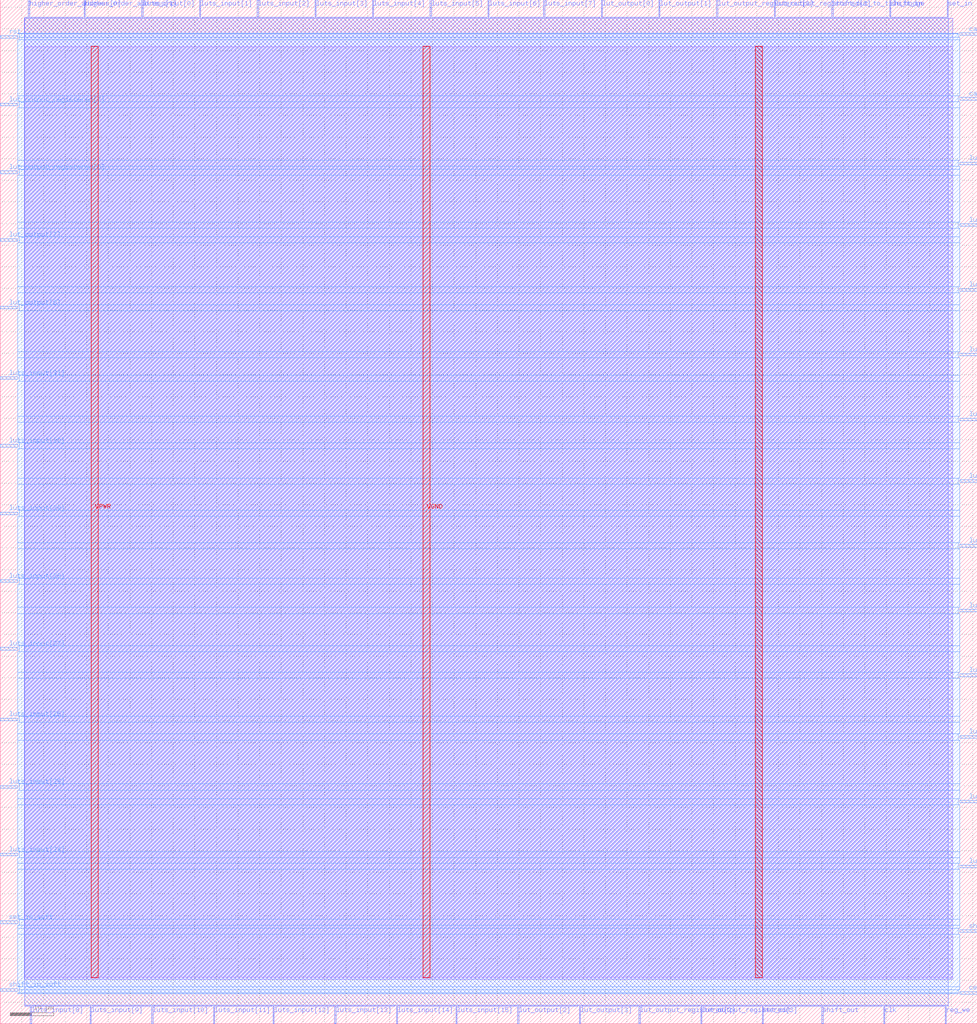
<source format=lef>
VERSION 5.7 ;
  NOWIREEXTENSIONATPIN ON ;
  DIVIDERCHAR "/" ;
  BUSBITCHARS "[]" ;
MACRO baked_slicel
  CLASS BLOCK ;
  FOREIGN baked_slicel ;
  ORIGIN 0.000 0.000 ;
  SIZE 225.990 BY 236.710 ;
  PIN carry_in
    DIRECTION INPUT ;
    PORT
      LAYER met3 ;
        RECT 221.990 213.560 225.990 214.160 ;
    END
  END carry_in
  PIN carry_out
    DIRECTION OUTPUT TRISTATE ;
    PORT
      LAYER met3 ;
        RECT 221.990 228.520 225.990 229.120 ;
    END
  END carry_out
  PIN cen
    DIRECTION INPUT ;
    PORT
      LAYER met3 ;
        RECT 221.990 6.840 225.990 7.440 ;
    END
  END cen
  PIN clk
    DIRECTION INPUT ;
    PORT
      LAYER met2 ;
        RECT 204.330 0.000 204.610 4.000 ;
    END
  END clk
  PIN higher_order_address[0]
    DIRECTION INPUT ;
    PORT
      LAYER met2 ;
        RECT 6.530 232.710 6.810 236.710 ;
    END
  END higher_order_address[0]
  PIN higher_order_address[1]
    DIRECTION INPUT ;
    PORT
      LAYER met2 ;
        RECT 19.410 232.710 19.690 236.710 ;
    END
  END higher_order_address[1]
  PIN lut_output[0]
    DIRECTION OUTPUT TRISTATE ;
    PORT
      LAYER met2 ;
        RECT 139.010 232.710 139.290 236.710 ;
    END
  END lut_output[0]
  PIN lut_output[1]
    DIRECTION OUTPUT TRISTATE ;
    PORT
      LAYER met2 ;
        RECT 152.350 232.710 152.630 236.710 ;
    END
  END lut_output[1]
  PIN lut_output[2]
    DIRECTION OUTPUT TRISTATE ;
    PORT
      LAYER met2 ;
        RECT 119.690 0.000 119.970 4.000 ;
    END
  END lut_output[2]
  PIN lut_output[3]
    DIRECTION OUTPUT TRISTATE ;
    PORT
      LAYER met2 ;
        RECT 133.950 0.000 134.230 4.000 ;
    END
  END lut_output[3]
  PIN lut_output[4]
    DIRECTION OUTPUT TRISTATE ;
    PORT
      LAYER met3 ;
        RECT 221.990 154.400 225.990 155.000 ;
    END
  END lut_output[4]
  PIN lut_output[5]
    DIRECTION OUTPUT TRISTATE ;
    PORT
      LAYER met3 ;
        RECT 221.990 169.360 225.990 169.960 ;
    END
  END lut_output[5]
  PIN lut_output[6]
    DIRECTION OUTPUT TRISTATE ;
    PORT
      LAYER met3 ;
        RECT 0.000 165.280 4.000 165.880 ;
    END
  END lut_output[6]
  PIN lut_output[7]
    DIRECTION OUTPUT TRISTATE ;
    PORT
      LAYER met3 ;
        RECT 0.000 180.920 4.000 181.520 ;
    END
  END lut_output[7]
  PIN lut_output_registered[0]
    DIRECTION OUTPUT TRISTATE ;
    PORT
      LAYER met2 ;
        RECT 165.690 232.710 165.970 236.710 ;
    END
  END lut_output_registered[0]
  PIN lut_output_registered[1]
    DIRECTION OUTPUT TRISTATE ;
    PORT
      LAYER met2 ;
        RECT 179.030 232.710 179.310 236.710 ;
    END
  END lut_output_registered[1]
  PIN lut_output_registered[2]
    DIRECTION OUTPUT TRISTATE ;
    PORT
      LAYER met2 ;
        RECT 147.750 0.000 148.030 4.000 ;
    END
  END lut_output_registered[2]
  PIN lut_output_registered[3]
    DIRECTION OUTPUT TRISTATE ;
    PORT
      LAYER met2 ;
        RECT 162.010 0.000 162.290 4.000 ;
    END
  END lut_output_registered[3]
  PIN lut_output_registered[4]
    DIRECTION OUTPUT TRISTATE ;
    PORT
      LAYER met3 ;
        RECT 221.990 184.320 225.990 184.920 ;
    END
  END lut_output_registered[4]
  PIN lut_output_registered[5]
    DIRECTION OUTPUT TRISTATE ;
    PORT
      LAYER met3 ;
        RECT 221.990 198.600 225.990 199.200 ;
    END
  END lut_output_registered[5]
  PIN lut_output_registered[6]
    DIRECTION OUTPUT TRISTATE ;
    PORT
      LAYER met3 ;
        RECT 0.000 196.560 4.000 197.160 ;
    END
  END lut_output_registered[6]
  PIN lut_output_registered[7]
    DIRECTION OUTPUT TRISTATE ;
    PORT
      LAYER met3 ;
        RECT 0.000 212.200 4.000 212.800 ;
    END
  END lut_output_registered[7]
  PIN luts_input[0]
    DIRECTION INPUT ;
    PORT
      LAYER met2 ;
        RECT 32.750 232.710 33.030 236.710 ;
    END
  END luts_input[0]
  PIN luts_input[10]
    DIRECTION INPUT ;
    PORT
      LAYER met2 ;
        RECT 35.050 0.000 35.330 4.000 ;
    END
  END luts_input[10]
  PIN luts_input[11]
    DIRECTION INPUT ;
    PORT
      LAYER met2 ;
        RECT 49.310 0.000 49.590 4.000 ;
    END
  END luts_input[11]
  PIN luts_input[12]
    DIRECTION INPUT ;
    PORT
      LAYER met2 ;
        RECT 63.110 0.000 63.390 4.000 ;
    END
  END luts_input[12]
  PIN luts_input[13]
    DIRECTION INPUT ;
    PORT
      LAYER met2 ;
        RECT 77.370 0.000 77.650 4.000 ;
    END
  END luts_input[13]
  PIN luts_input[14]
    DIRECTION INPUT ;
    PORT
      LAYER met2 ;
        RECT 91.630 0.000 91.910 4.000 ;
    END
  END luts_input[14]
  PIN luts_input[15]
    DIRECTION INPUT ;
    PORT
      LAYER met2 ;
        RECT 105.430 0.000 105.710 4.000 ;
    END
  END luts_input[15]
  PIN luts_input[16]
    DIRECTION INPUT ;
    PORT
      LAYER met3 ;
        RECT 221.990 36.080 225.990 36.680 ;
    END
  END luts_input[16]
  PIN luts_input[17]
    DIRECTION INPUT ;
    PORT
      LAYER met3 ;
        RECT 221.990 51.040 225.990 51.640 ;
    END
  END luts_input[17]
  PIN luts_input[18]
    DIRECTION INPUT ;
    PORT
      LAYER met3 ;
        RECT 221.990 66.000 225.990 66.600 ;
    END
  END luts_input[18]
  PIN luts_input[19]
    DIRECTION INPUT ;
    PORT
      LAYER met3 ;
        RECT 221.990 80.280 225.990 80.880 ;
    END
  END luts_input[19]
  PIN luts_input[1]
    DIRECTION INPUT ;
    PORT
      LAYER met2 ;
        RECT 46.090 232.710 46.370 236.710 ;
    END
  END luts_input[1]
  PIN luts_input[20]
    DIRECTION INPUT ;
    PORT
      LAYER met3 ;
        RECT 221.990 95.240 225.990 95.840 ;
    END
  END luts_input[20]
  PIN luts_input[21]
    DIRECTION INPUT ;
    PORT
      LAYER met3 ;
        RECT 221.990 110.200 225.990 110.800 ;
    END
  END luts_input[21]
  PIN luts_input[22]
    DIRECTION INPUT ;
    PORT
      LAYER met3 ;
        RECT 221.990 125.160 225.990 125.760 ;
    END
  END luts_input[22]
  PIN luts_input[23]
    DIRECTION INPUT ;
    PORT
      LAYER met3 ;
        RECT 221.990 139.440 225.990 140.040 ;
    END
  END luts_input[23]
  PIN luts_input[24]
    DIRECTION INPUT ;
    PORT
      LAYER met3 ;
        RECT 0.000 38.800 4.000 39.400 ;
    END
  END luts_input[24]
  PIN luts_input[25]
    DIRECTION INPUT ;
    PORT
      LAYER met3 ;
        RECT 0.000 54.440 4.000 55.040 ;
    END
  END luts_input[25]
  PIN luts_input[26]
    DIRECTION INPUT ;
    PORT
      LAYER met3 ;
        RECT 0.000 70.080 4.000 70.680 ;
    END
  END luts_input[26]
  PIN luts_input[27]
    DIRECTION INPUT ;
    PORT
      LAYER met3 ;
        RECT 0.000 86.400 4.000 87.000 ;
    END
  END luts_input[27]
  PIN luts_input[28]
    DIRECTION INPUT ;
    PORT
      LAYER met3 ;
        RECT 0.000 102.040 4.000 102.640 ;
    END
  END luts_input[28]
  PIN luts_input[29]
    DIRECTION INPUT ;
    PORT
      LAYER met3 ;
        RECT 0.000 117.680 4.000 118.280 ;
    END
  END luts_input[29]
  PIN luts_input[2]
    DIRECTION INPUT ;
    PORT
      LAYER met2 ;
        RECT 59.430 232.710 59.710 236.710 ;
    END
  END luts_input[2]
  PIN luts_input[30]
    DIRECTION INPUT ;
    PORT
      LAYER met3 ;
        RECT 0.000 133.320 4.000 133.920 ;
    END
  END luts_input[30]
  PIN luts_input[31]
    DIRECTION INPUT ;
    PORT
      LAYER met3 ;
        RECT 0.000 148.960 4.000 149.560 ;
    END
  END luts_input[31]
  PIN luts_input[3]
    DIRECTION INPUT ;
    PORT
      LAYER met2 ;
        RECT 72.770 232.710 73.050 236.710 ;
    END
  END luts_input[3]
  PIN luts_input[4]
    DIRECTION INPUT ;
    PORT
      LAYER met2 ;
        RECT 86.110 232.710 86.390 236.710 ;
    END
  END luts_input[4]
  PIN luts_input[5]
    DIRECTION INPUT ;
    PORT
      LAYER met2 ;
        RECT 99.450 232.710 99.730 236.710 ;
    END
  END luts_input[5]
  PIN luts_input[6]
    DIRECTION INPUT ;
    PORT
      LAYER met2 ;
        RECT 112.790 232.710 113.070 236.710 ;
    END
  END luts_input[6]
  PIN luts_input[7]
    DIRECTION INPUT ;
    PORT
      LAYER met2 ;
        RECT 125.670 232.710 125.950 236.710 ;
    END
  END luts_input[7]
  PIN luts_input[8]
    DIRECTION INPUT ;
    PORT
      LAYER met2 ;
        RECT 6.990 0.000 7.270 4.000 ;
    END
  END luts_input[8]
  PIN luts_input[9]
    DIRECTION INPUT ;
    PORT
      LAYER met2 ;
        RECT 20.790 0.000 21.070 4.000 ;
    END
  END luts_input[9]
  PIN reg_we
    DIRECTION INPUT ;
    PORT
      LAYER met2 ;
        RECT 218.590 0.000 218.870 4.000 ;
    END
  END reg_we
  PIN rst
    DIRECTION INPUT ;
    PORT
      LAYER met3 ;
        RECT 0.000 227.840 4.000 228.440 ;
    END
  END rst
  PIN set_in
    DIRECTION INPUT ;
    PORT
      LAYER met2 ;
        RECT 219.050 232.710 219.330 236.710 ;
    END
  END set_in
  PIN set_in_soft
    DIRECTION INPUT ;
    PORT
      LAYER met3 ;
        RECT 0.000 23.160 4.000 23.760 ;
    END
  END set_in_soft
  PIN set_out
    DIRECTION OUTPUT TRISTATE ;
    PORT
      LAYER met2 ;
        RECT 176.270 0.000 176.550 4.000 ;
    END
  END set_out
  PIN shift_in
    DIRECTION INPUT ;
    PORT
      LAYER met2 ;
        RECT 205.710 232.710 205.990 236.710 ;
    END
  END shift_in
  PIN shift_in_from_tile_bodge
    DIRECTION INPUT ;
    PORT
      LAYER met3 ;
        RECT 221.990 21.120 225.990 21.720 ;
    END
  END shift_in_from_tile_bodge
  PIN shift_in_soft
    DIRECTION INPUT ;
    PORT
      LAYER met3 ;
        RECT 0.000 7.520 4.000 8.120 ;
    END
  END shift_in_soft
  PIN shift_out
    DIRECTION OUTPUT TRISTATE ;
    PORT
      LAYER met2 ;
        RECT 190.070 0.000 190.350 4.000 ;
    END
  END shift_out
  PIN shift_out_to_tile_bodge
    DIRECTION OUTPUT TRISTATE ;
    PORT
      LAYER met2 ;
        RECT 192.370 232.710 192.650 236.710 ;
    END
  END shift_out_to_tile_bodge
  PIN VPWR
    DIRECTION INPUT ;
    USE POWER ;
    PORT
      LAYER met4 ;
        RECT 21.040 10.640 22.640 226.000 ;
    END
  END VPWR
  PIN VGND
    DIRECTION INPUT ;
    USE GROUND ;
    PORT
      LAYER met4 ;
        RECT 97.840 10.640 99.440 226.000 ;
    END
  END VGND
  OBS
      LAYER li1 ;
        RECT 5.520 10.795 220.340 225.845 ;
      LAYER met1 ;
        RECT 5.520 10.240 220.340 232.520 ;
      LAYER met2 ;
        RECT 5.610 232.430 6.250 232.710 ;
        RECT 7.090 232.430 19.130 232.710 ;
        RECT 19.970 232.430 32.470 232.710 ;
        RECT 33.310 232.430 45.810 232.710 ;
        RECT 46.650 232.430 59.150 232.710 ;
        RECT 59.990 232.430 72.490 232.710 ;
        RECT 73.330 232.430 85.830 232.710 ;
        RECT 86.670 232.430 99.170 232.710 ;
        RECT 100.010 232.430 112.510 232.710 ;
        RECT 113.350 232.430 125.390 232.710 ;
        RECT 126.230 232.430 138.730 232.710 ;
        RECT 139.570 232.430 152.070 232.710 ;
        RECT 152.910 232.430 165.410 232.710 ;
        RECT 166.250 232.430 178.750 232.710 ;
        RECT 179.590 232.430 192.090 232.710 ;
        RECT 192.930 232.430 205.430 232.710 ;
        RECT 206.270 232.430 218.770 232.710 ;
        RECT 5.610 4.280 219.320 232.430 ;
        RECT 5.610 4.000 6.710 4.280 ;
        RECT 7.550 4.000 20.510 4.280 ;
        RECT 21.350 4.000 34.770 4.280 ;
        RECT 35.610 4.000 49.030 4.280 ;
        RECT 49.870 4.000 62.830 4.280 ;
        RECT 63.670 4.000 77.090 4.280 ;
        RECT 77.930 4.000 91.350 4.280 ;
        RECT 92.190 4.000 105.150 4.280 ;
        RECT 105.990 4.000 119.410 4.280 ;
        RECT 120.250 4.000 133.670 4.280 ;
        RECT 134.510 4.000 147.470 4.280 ;
        RECT 148.310 4.000 161.730 4.280 ;
        RECT 162.570 4.000 175.990 4.280 ;
        RECT 176.830 4.000 189.790 4.280 ;
        RECT 190.630 4.000 204.050 4.280 ;
        RECT 204.890 4.000 218.310 4.280 ;
        RECT 219.150 4.000 219.320 4.280 ;
      LAYER met3 ;
        RECT 4.000 228.840 221.590 228.985 ;
        RECT 4.400 228.120 221.590 228.840 ;
        RECT 4.400 227.440 221.990 228.120 ;
        RECT 4.000 214.560 221.990 227.440 ;
        RECT 4.000 213.200 221.590 214.560 ;
        RECT 4.400 213.160 221.590 213.200 ;
        RECT 4.400 211.800 221.990 213.160 ;
        RECT 4.000 199.600 221.990 211.800 ;
        RECT 4.000 198.200 221.590 199.600 ;
        RECT 4.000 197.560 221.990 198.200 ;
        RECT 4.400 196.160 221.990 197.560 ;
        RECT 4.000 185.320 221.990 196.160 ;
        RECT 4.000 183.920 221.590 185.320 ;
        RECT 4.000 181.920 221.990 183.920 ;
        RECT 4.400 180.520 221.990 181.920 ;
        RECT 4.000 170.360 221.990 180.520 ;
        RECT 4.000 168.960 221.590 170.360 ;
        RECT 4.000 166.280 221.990 168.960 ;
        RECT 4.400 164.880 221.990 166.280 ;
        RECT 4.000 155.400 221.990 164.880 ;
        RECT 4.000 154.000 221.590 155.400 ;
        RECT 4.000 149.960 221.990 154.000 ;
        RECT 4.400 148.560 221.990 149.960 ;
        RECT 4.000 140.440 221.990 148.560 ;
        RECT 4.000 139.040 221.590 140.440 ;
        RECT 4.000 134.320 221.990 139.040 ;
        RECT 4.400 132.920 221.990 134.320 ;
        RECT 4.000 126.160 221.990 132.920 ;
        RECT 4.000 124.760 221.590 126.160 ;
        RECT 4.000 118.680 221.990 124.760 ;
        RECT 4.400 117.280 221.990 118.680 ;
        RECT 4.000 111.200 221.990 117.280 ;
        RECT 4.000 109.800 221.590 111.200 ;
        RECT 4.000 103.040 221.990 109.800 ;
        RECT 4.400 101.640 221.990 103.040 ;
        RECT 4.000 96.240 221.990 101.640 ;
        RECT 4.000 94.840 221.590 96.240 ;
        RECT 4.000 87.400 221.990 94.840 ;
        RECT 4.400 86.000 221.990 87.400 ;
        RECT 4.000 81.280 221.990 86.000 ;
        RECT 4.000 79.880 221.590 81.280 ;
        RECT 4.000 71.080 221.990 79.880 ;
        RECT 4.400 69.680 221.990 71.080 ;
        RECT 4.000 67.000 221.990 69.680 ;
        RECT 4.000 65.600 221.590 67.000 ;
        RECT 4.000 55.440 221.990 65.600 ;
        RECT 4.400 54.040 221.990 55.440 ;
        RECT 4.000 52.040 221.990 54.040 ;
        RECT 4.000 50.640 221.590 52.040 ;
        RECT 4.000 39.800 221.990 50.640 ;
        RECT 4.400 38.400 221.990 39.800 ;
        RECT 4.000 37.080 221.990 38.400 ;
        RECT 4.000 35.680 221.590 37.080 ;
        RECT 4.000 24.160 221.990 35.680 ;
        RECT 4.400 22.760 221.990 24.160 ;
        RECT 4.000 22.120 221.990 22.760 ;
        RECT 4.000 20.720 221.590 22.120 ;
        RECT 4.000 8.520 221.990 20.720 ;
        RECT 4.400 7.840 221.990 8.520 ;
        RECT 4.400 7.120 221.590 7.840 ;
        RECT 4.000 6.975 221.590 7.120 ;
      LAYER met4 ;
        RECT 174.640 10.640 176.240 226.000 ;
  END
END baked_slicel
END LIBRARY


</source>
